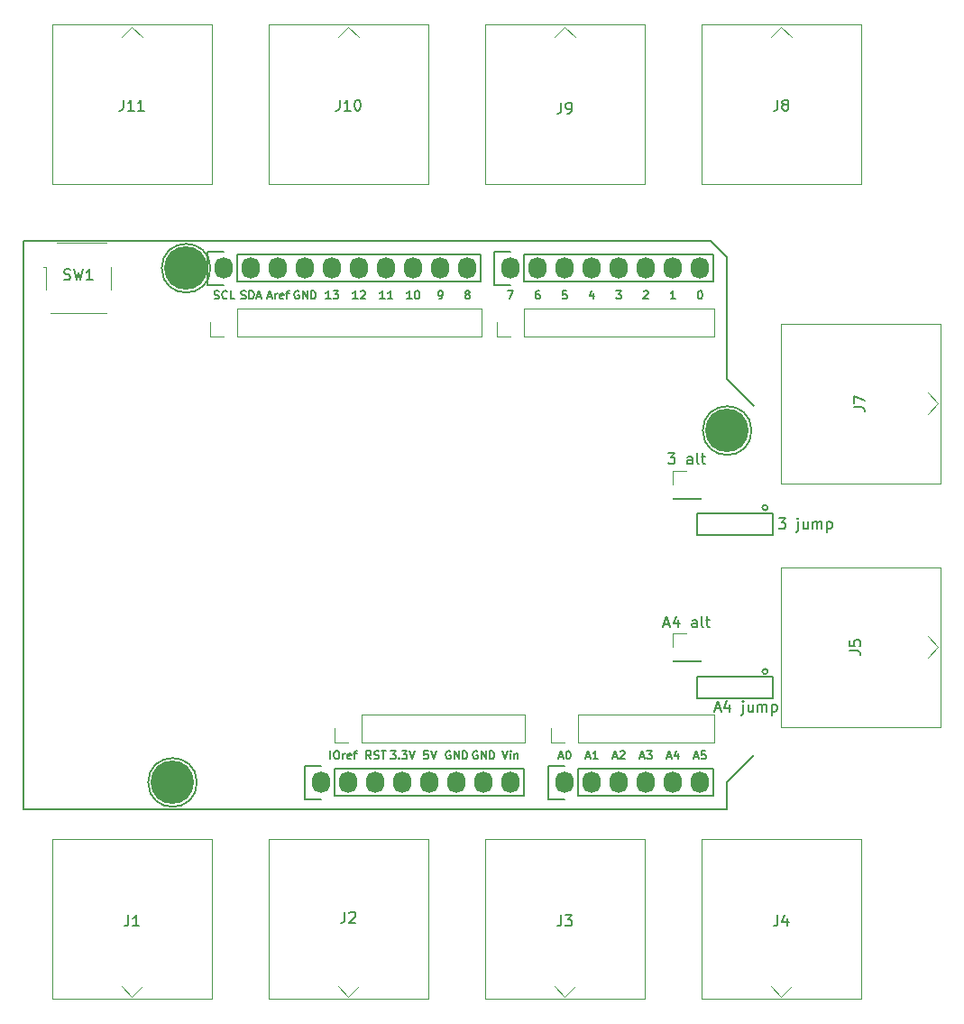
<source format=gbr>
%TF.GenerationSoftware,KiCad,Pcbnew,(6.0.8-1)-1*%
%TF.CreationDate,2023-07-19T23:06:52-04:00*%
%TF.ProjectId,bnc_shield,626e635f-7368-4696-956c-642e6b696361,rev?*%
%TF.SameCoordinates,Original*%
%TF.FileFunction,Legend,Top*%
%TF.FilePolarity,Positive*%
%FSLAX46Y46*%
G04 Gerber Fmt 4.6, Leading zero omitted, Abs format (unit mm)*
G04 Created by KiCad (PCBNEW (6.0.8-1)-1) date 2023-07-19 23:06:52*
%MOMM*%
%LPD*%
G01*
G04 APERTURE LIST*
%ADD10C,0.150000*%
%ADD11C,0.127000*%
%ADD12C,0.120000*%
%ADD13C,0.100000*%
%ADD14O,1.727200X2.032000*%
%ADD15C,4.064000*%
G04 APERTURE END LIST*
D10*
X179578000Y-88519000D02*
X177038000Y-85979000D01*
X177038000Y-126365000D02*
X177038000Y-123825000D01*
X177038000Y-74549000D02*
X175514000Y-73025000D01*
X177038000Y-123825000D02*
X179578000Y-121285000D01*
X110998000Y-73025000D02*
X110998000Y-126365000D01*
X110998000Y-126365000D02*
X177038000Y-126365000D01*
X175514000Y-73025000D02*
X110998000Y-73025000D01*
X177038000Y-85979000D02*
X177038000Y-74549000D01*
D11*
X139808857Y-78449714D02*
X139373428Y-78449714D01*
X139591142Y-78449714D02*
X139591142Y-77687714D01*
X139518571Y-77796571D01*
X139446000Y-77869142D01*
X139373428Y-77905428D01*
X140062857Y-77687714D02*
X140534571Y-77687714D01*
X140280571Y-77978000D01*
X140389428Y-77978000D01*
X140462000Y-78014285D01*
X140498285Y-78050571D01*
X140534571Y-78123142D01*
X140534571Y-78304571D01*
X140498285Y-78377142D01*
X140462000Y-78413428D01*
X140389428Y-78449714D01*
X140171714Y-78449714D01*
X140099142Y-78413428D01*
X140062857Y-78377142D01*
X145433142Y-120867714D02*
X145904857Y-120867714D01*
X145650857Y-121158000D01*
X145759714Y-121158000D01*
X145832285Y-121194285D01*
X145868571Y-121230571D01*
X145904857Y-121303142D01*
X145904857Y-121484571D01*
X145868571Y-121557142D01*
X145832285Y-121593428D01*
X145759714Y-121629714D01*
X145542000Y-121629714D01*
X145469428Y-121593428D01*
X145433142Y-121557142D01*
X146231428Y-121557142D02*
X146267714Y-121593428D01*
X146231428Y-121629714D01*
X146195142Y-121593428D01*
X146231428Y-121557142D01*
X146231428Y-121629714D01*
X146521714Y-120867714D02*
X146993428Y-120867714D01*
X146739428Y-121158000D01*
X146848285Y-121158000D01*
X146920857Y-121194285D01*
X146957142Y-121230571D01*
X146993428Y-121303142D01*
X146993428Y-121484571D01*
X146957142Y-121557142D01*
X146920857Y-121593428D01*
X146848285Y-121629714D01*
X146630571Y-121629714D01*
X146558000Y-121593428D01*
X146521714Y-121557142D01*
X147211142Y-120867714D02*
X147465142Y-121629714D01*
X147719142Y-120867714D01*
X161253714Y-121412000D02*
X161616571Y-121412000D01*
X161181142Y-121629714D02*
X161435142Y-120867714D01*
X161689142Y-121629714D01*
X162088285Y-120867714D02*
X162160857Y-120867714D01*
X162233428Y-120904000D01*
X162269714Y-120940285D01*
X162306000Y-121012857D01*
X162342285Y-121158000D01*
X162342285Y-121339428D01*
X162306000Y-121484571D01*
X162269714Y-121557142D01*
X162233428Y-121593428D01*
X162160857Y-121629714D01*
X162088285Y-121629714D01*
X162015714Y-121593428D01*
X161979428Y-121557142D01*
X161943142Y-121484571D01*
X161906857Y-121339428D01*
X161906857Y-121158000D01*
X161943142Y-121012857D01*
X161979428Y-120940285D01*
X162015714Y-120904000D01*
X162088285Y-120867714D01*
X163793714Y-121412000D02*
X164156571Y-121412000D01*
X163721142Y-121629714D02*
X163975142Y-120867714D01*
X164229142Y-121629714D01*
X164882285Y-121629714D02*
X164446857Y-121629714D01*
X164664571Y-121629714D02*
X164664571Y-120867714D01*
X164592000Y-120976571D01*
X164519428Y-121049142D01*
X164446857Y-121085428D01*
X166624000Y-77687714D02*
X167095714Y-77687714D01*
X166841714Y-77978000D01*
X166950571Y-77978000D01*
X167023142Y-78014285D01*
X167059428Y-78050571D01*
X167095714Y-78123142D01*
X167095714Y-78304571D01*
X167059428Y-78377142D01*
X167023142Y-78413428D01*
X166950571Y-78449714D01*
X166732857Y-78449714D01*
X166660285Y-78413428D01*
X166624000Y-78377142D01*
X152581428Y-78014285D02*
X152508857Y-77978000D01*
X152472571Y-77941714D01*
X152436285Y-77869142D01*
X152436285Y-77832857D01*
X152472571Y-77760285D01*
X152508857Y-77724000D01*
X152581428Y-77687714D01*
X152726571Y-77687714D01*
X152799142Y-77724000D01*
X152835428Y-77760285D01*
X152871714Y-77832857D01*
X152871714Y-77869142D01*
X152835428Y-77941714D01*
X152799142Y-77978000D01*
X152726571Y-78014285D01*
X152581428Y-78014285D01*
X152508857Y-78050571D01*
X152472571Y-78086857D01*
X152436285Y-78159428D01*
X152436285Y-78304571D01*
X152472571Y-78377142D01*
X152508857Y-78413428D01*
X152581428Y-78449714D01*
X152726571Y-78449714D01*
X152799142Y-78413428D01*
X152835428Y-78377142D01*
X152871714Y-78304571D01*
X152871714Y-78159428D01*
X152835428Y-78086857D01*
X152799142Y-78050571D01*
X152726571Y-78014285D01*
X149968857Y-78449714D02*
X150114000Y-78449714D01*
X150186571Y-78413428D01*
X150222857Y-78377142D01*
X150295428Y-78268285D01*
X150331714Y-78123142D01*
X150331714Y-77832857D01*
X150295428Y-77760285D01*
X150259142Y-77724000D01*
X150186571Y-77687714D01*
X150041428Y-77687714D01*
X149968857Y-77724000D01*
X149932571Y-77760285D01*
X149896285Y-77832857D01*
X149896285Y-78014285D01*
X149932571Y-78086857D01*
X149968857Y-78123142D01*
X150041428Y-78159428D01*
X150186571Y-78159428D01*
X150259142Y-78123142D01*
X150295428Y-78086857D01*
X150331714Y-78014285D01*
X142348857Y-78449714D02*
X141913428Y-78449714D01*
X142131142Y-78449714D02*
X142131142Y-77687714D01*
X142058571Y-77796571D01*
X141986000Y-77869142D01*
X141913428Y-77905428D01*
X142639142Y-77760285D02*
X142675428Y-77724000D01*
X142748000Y-77687714D01*
X142929428Y-77687714D01*
X143002000Y-77724000D01*
X143038285Y-77760285D01*
X143074571Y-77832857D01*
X143074571Y-77905428D01*
X143038285Y-78014285D01*
X142602857Y-78449714D01*
X143074571Y-78449714D01*
X133912428Y-78232000D02*
X134275285Y-78232000D01*
X133839857Y-78449714D02*
X134093857Y-77687714D01*
X134347857Y-78449714D01*
X134601857Y-78449714D02*
X134601857Y-77941714D01*
X134601857Y-78086857D02*
X134638142Y-78014285D01*
X134674428Y-77978000D01*
X134747000Y-77941714D01*
X134819571Y-77941714D01*
X135363857Y-78413428D02*
X135291285Y-78449714D01*
X135146142Y-78449714D01*
X135073571Y-78413428D01*
X135037285Y-78340857D01*
X135037285Y-78050571D01*
X135073571Y-77978000D01*
X135146142Y-77941714D01*
X135291285Y-77941714D01*
X135363857Y-77978000D01*
X135400142Y-78050571D01*
X135400142Y-78123142D01*
X135037285Y-78195714D01*
X135617857Y-77941714D02*
X135908142Y-77941714D01*
X135726714Y-78449714D02*
X135726714Y-77796571D01*
X135763000Y-77724000D01*
X135835571Y-77687714D01*
X135908142Y-77687714D01*
X144888857Y-78449714D02*
X144453428Y-78449714D01*
X144671142Y-78449714D02*
X144671142Y-77687714D01*
X144598571Y-77796571D01*
X144526000Y-77869142D01*
X144453428Y-77905428D01*
X145614571Y-78449714D02*
X145179142Y-78449714D01*
X145396857Y-78449714D02*
X145396857Y-77687714D01*
X145324285Y-77796571D01*
X145251714Y-77869142D01*
X145179142Y-77905428D01*
X164483142Y-77941714D02*
X164483142Y-78449714D01*
X164301714Y-77651428D02*
X164120285Y-78195714D01*
X164592000Y-78195714D01*
X171413714Y-121412000D02*
X171776571Y-121412000D01*
X171341142Y-121629714D02*
X171595142Y-120867714D01*
X171849142Y-121629714D01*
X172429714Y-121121714D02*
X172429714Y-121629714D01*
X172248285Y-120831428D02*
X172066857Y-121375714D01*
X172538571Y-121375714D01*
X131408714Y-78413428D02*
X131517571Y-78449714D01*
X131699000Y-78449714D01*
X131771571Y-78413428D01*
X131807857Y-78377142D01*
X131844142Y-78304571D01*
X131844142Y-78232000D01*
X131807857Y-78159428D01*
X131771571Y-78123142D01*
X131699000Y-78086857D01*
X131553857Y-78050571D01*
X131481285Y-78014285D01*
X131445000Y-77978000D01*
X131408714Y-77905428D01*
X131408714Y-77832857D01*
X131445000Y-77760285D01*
X131481285Y-77724000D01*
X131553857Y-77687714D01*
X131735285Y-77687714D01*
X131844142Y-77724000D01*
X132170714Y-78449714D02*
X132170714Y-77687714D01*
X132352142Y-77687714D01*
X132461000Y-77724000D01*
X132533571Y-77796571D01*
X132569857Y-77869142D01*
X132606142Y-78014285D01*
X132606142Y-78123142D01*
X132569857Y-78268285D01*
X132533571Y-78340857D01*
X132461000Y-78413428D01*
X132352142Y-78449714D01*
X132170714Y-78449714D01*
X132896428Y-78232000D02*
X133259285Y-78232000D01*
X132823857Y-78449714D02*
X133077857Y-77687714D01*
X133331857Y-78449714D01*
X139790714Y-121629714D02*
X139790714Y-120867714D01*
X140298714Y-120867714D02*
X140443857Y-120867714D01*
X140516428Y-120904000D01*
X140589000Y-120976571D01*
X140625285Y-121121714D01*
X140625285Y-121375714D01*
X140589000Y-121520857D01*
X140516428Y-121593428D01*
X140443857Y-121629714D01*
X140298714Y-121629714D01*
X140226142Y-121593428D01*
X140153571Y-121520857D01*
X140117285Y-121375714D01*
X140117285Y-121121714D01*
X140153571Y-120976571D01*
X140226142Y-120904000D01*
X140298714Y-120867714D01*
X140951857Y-121629714D02*
X140951857Y-121121714D01*
X140951857Y-121266857D02*
X140988142Y-121194285D01*
X141024428Y-121158000D01*
X141097000Y-121121714D01*
X141169571Y-121121714D01*
X141713857Y-121593428D02*
X141641285Y-121629714D01*
X141496142Y-121629714D01*
X141423571Y-121593428D01*
X141387285Y-121520857D01*
X141387285Y-121230571D01*
X141423571Y-121158000D01*
X141496142Y-121121714D01*
X141641285Y-121121714D01*
X141713857Y-121158000D01*
X141750142Y-121230571D01*
X141750142Y-121303142D01*
X141387285Y-121375714D01*
X141967857Y-121121714D02*
X142258142Y-121121714D01*
X142076714Y-121629714D02*
X142076714Y-120976571D01*
X142113000Y-120904000D01*
X142185571Y-120867714D01*
X142258142Y-120867714D01*
X166333714Y-121412000D02*
X166696571Y-121412000D01*
X166261142Y-121629714D02*
X166515142Y-120867714D01*
X166769142Y-121629714D01*
X166986857Y-120940285D02*
X167023142Y-120904000D01*
X167095714Y-120867714D01*
X167277142Y-120867714D01*
X167349714Y-120904000D01*
X167386000Y-120940285D01*
X167422285Y-121012857D01*
X167422285Y-121085428D01*
X167386000Y-121194285D01*
X166950571Y-121629714D01*
X167422285Y-121629714D01*
X156464000Y-77687714D02*
X156972000Y-77687714D01*
X156645428Y-78449714D01*
X151057428Y-120904000D02*
X150984857Y-120867714D01*
X150876000Y-120867714D01*
X150767142Y-120904000D01*
X150694571Y-120976571D01*
X150658285Y-121049142D01*
X150622000Y-121194285D01*
X150622000Y-121303142D01*
X150658285Y-121448285D01*
X150694571Y-121520857D01*
X150767142Y-121593428D01*
X150876000Y-121629714D01*
X150948571Y-121629714D01*
X151057428Y-121593428D01*
X151093714Y-121557142D01*
X151093714Y-121303142D01*
X150948571Y-121303142D01*
X151420285Y-121629714D02*
X151420285Y-120867714D01*
X151855714Y-121629714D01*
X151855714Y-120867714D01*
X152218571Y-121629714D02*
X152218571Y-120867714D01*
X152400000Y-120867714D01*
X152508857Y-120904000D01*
X152581428Y-120976571D01*
X152617714Y-121049142D01*
X152654000Y-121194285D01*
X152654000Y-121303142D01*
X152617714Y-121448285D01*
X152581428Y-121520857D01*
X152508857Y-121593428D01*
X152400000Y-121629714D01*
X152218571Y-121629714D01*
X147428857Y-78449714D02*
X146993428Y-78449714D01*
X147211142Y-78449714D02*
X147211142Y-77687714D01*
X147138571Y-77796571D01*
X147066000Y-77869142D01*
X146993428Y-77905428D01*
X147900571Y-77687714D02*
X147973142Y-77687714D01*
X148045714Y-77724000D01*
X148082000Y-77760285D01*
X148118285Y-77832857D01*
X148154571Y-77978000D01*
X148154571Y-78159428D01*
X148118285Y-78304571D01*
X148082000Y-78377142D01*
X148045714Y-78413428D01*
X147973142Y-78449714D01*
X147900571Y-78449714D01*
X147828000Y-78413428D01*
X147791714Y-78377142D01*
X147755428Y-78304571D01*
X147719142Y-78159428D01*
X147719142Y-77978000D01*
X147755428Y-77832857D01*
X147791714Y-77760285D01*
X147828000Y-77724000D01*
X147900571Y-77687714D01*
X143600714Y-121629714D02*
X143346714Y-121266857D01*
X143165285Y-121629714D02*
X143165285Y-120867714D01*
X143455571Y-120867714D01*
X143528142Y-120904000D01*
X143564428Y-120940285D01*
X143600714Y-121012857D01*
X143600714Y-121121714D01*
X143564428Y-121194285D01*
X143528142Y-121230571D01*
X143455571Y-121266857D01*
X143165285Y-121266857D01*
X143891000Y-121593428D02*
X143999857Y-121629714D01*
X144181285Y-121629714D01*
X144253857Y-121593428D01*
X144290142Y-121557142D01*
X144326428Y-121484571D01*
X144326428Y-121412000D01*
X144290142Y-121339428D01*
X144253857Y-121303142D01*
X144181285Y-121266857D01*
X144036142Y-121230571D01*
X143963571Y-121194285D01*
X143927285Y-121158000D01*
X143891000Y-121085428D01*
X143891000Y-121012857D01*
X143927285Y-120940285D01*
X143963571Y-120904000D01*
X144036142Y-120867714D01*
X144217571Y-120867714D01*
X144326428Y-120904000D01*
X144544142Y-120867714D02*
X144979571Y-120867714D01*
X144761857Y-121629714D02*
X144761857Y-120867714D01*
X161979428Y-77687714D02*
X161616571Y-77687714D01*
X161580285Y-78050571D01*
X161616571Y-78014285D01*
X161689142Y-77978000D01*
X161870571Y-77978000D01*
X161943142Y-78014285D01*
X161979428Y-78050571D01*
X162015714Y-78123142D01*
X162015714Y-78304571D01*
X161979428Y-78377142D01*
X161943142Y-78413428D01*
X161870571Y-78449714D01*
X161689142Y-78449714D01*
X161616571Y-78413428D01*
X161580285Y-78377142D01*
X169200285Y-77760285D02*
X169236571Y-77724000D01*
X169309142Y-77687714D01*
X169490571Y-77687714D01*
X169563142Y-77724000D01*
X169599428Y-77760285D01*
X169635714Y-77832857D01*
X169635714Y-77905428D01*
X169599428Y-78014285D01*
X169164000Y-78449714D01*
X169635714Y-78449714D01*
X159403142Y-77687714D02*
X159258000Y-77687714D01*
X159185428Y-77724000D01*
X159149142Y-77760285D01*
X159076571Y-77869142D01*
X159040285Y-78014285D01*
X159040285Y-78304571D01*
X159076571Y-78377142D01*
X159112857Y-78413428D01*
X159185428Y-78449714D01*
X159330571Y-78449714D01*
X159403142Y-78413428D01*
X159439428Y-78377142D01*
X159475714Y-78304571D01*
X159475714Y-78123142D01*
X159439428Y-78050571D01*
X159403142Y-78014285D01*
X159330571Y-77978000D01*
X159185428Y-77978000D01*
X159112857Y-78014285D01*
X159076571Y-78050571D01*
X159040285Y-78123142D01*
X172175714Y-78449714D02*
X171740285Y-78449714D01*
X171958000Y-78449714D02*
X171958000Y-77687714D01*
X171885428Y-77796571D01*
X171812857Y-77869142D01*
X171740285Y-77905428D01*
X148952857Y-120867714D02*
X148590000Y-120867714D01*
X148553714Y-121230571D01*
X148590000Y-121194285D01*
X148662571Y-121158000D01*
X148844000Y-121158000D01*
X148916571Y-121194285D01*
X148952857Y-121230571D01*
X148989142Y-121303142D01*
X148989142Y-121484571D01*
X148952857Y-121557142D01*
X148916571Y-121593428D01*
X148844000Y-121629714D01*
X148662571Y-121629714D01*
X148590000Y-121593428D01*
X148553714Y-121557142D01*
X149206857Y-120867714D02*
X149460857Y-121629714D01*
X149714857Y-120867714D01*
X136833428Y-77724000D02*
X136760857Y-77687714D01*
X136652000Y-77687714D01*
X136543142Y-77724000D01*
X136470571Y-77796571D01*
X136434285Y-77869142D01*
X136398000Y-78014285D01*
X136398000Y-78123142D01*
X136434285Y-78268285D01*
X136470571Y-78340857D01*
X136543142Y-78413428D01*
X136652000Y-78449714D01*
X136724571Y-78449714D01*
X136833428Y-78413428D01*
X136869714Y-78377142D01*
X136869714Y-78123142D01*
X136724571Y-78123142D01*
X137196285Y-78449714D02*
X137196285Y-77687714D01*
X137631714Y-78449714D01*
X137631714Y-77687714D01*
X137994571Y-78449714D02*
X137994571Y-77687714D01*
X138176000Y-77687714D01*
X138284857Y-77724000D01*
X138357428Y-77796571D01*
X138393714Y-77869142D01*
X138430000Y-78014285D01*
X138430000Y-78123142D01*
X138393714Y-78268285D01*
X138357428Y-78340857D01*
X138284857Y-78413428D01*
X138176000Y-78449714D01*
X137994571Y-78449714D01*
X155937857Y-120867714D02*
X156191857Y-121629714D01*
X156445857Y-120867714D01*
X156699857Y-121629714D02*
X156699857Y-121121714D01*
X156699857Y-120867714D02*
X156663571Y-120904000D01*
X156699857Y-120940285D01*
X156736142Y-120904000D01*
X156699857Y-120867714D01*
X156699857Y-120940285D01*
X157062714Y-121121714D02*
X157062714Y-121629714D01*
X157062714Y-121194285D02*
X157099000Y-121158000D01*
X157171571Y-121121714D01*
X157280428Y-121121714D01*
X157353000Y-121158000D01*
X157389285Y-121230571D01*
X157389285Y-121629714D01*
X153597428Y-120904000D02*
X153524857Y-120867714D01*
X153416000Y-120867714D01*
X153307142Y-120904000D01*
X153234571Y-120976571D01*
X153198285Y-121049142D01*
X153162000Y-121194285D01*
X153162000Y-121303142D01*
X153198285Y-121448285D01*
X153234571Y-121520857D01*
X153307142Y-121593428D01*
X153416000Y-121629714D01*
X153488571Y-121629714D01*
X153597428Y-121593428D01*
X153633714Y-121557142D01*
X153633714Y-121303142D01*
X153488571Y-121303142D01*
X153960285Y-121629714D02*
X153960285Y-120867714D01*
X154395714Y-121629714D01*
X154395714Y-120867714D01*
X154758571Y-121629714D02*
X154758571Y-120867714D01*
X154940000Y-120867714D01*
X155048857Y-120904000D01*
X155121428Y-120976571D01*
X155157714Y-121049142D01*
X155194000Y-121194285D01*
X155194000Y-121303142D01*
X155157714Y-121448285D01*
X155121428Y-121520857D01*
X155048857Y-121593428D01*
X154940000Y-121629714D01*
X154758571Y-121629714D01*
X173953714Y-121412000D02*
X174316571Y-121412000D01*
X173881142Y-121629714D02*
X174135142Y-120867714D01*
X174389142Y-121629714D01*
X175006000Y-120867714D02*
X174643142Y-120867714D01*
X174606857Y-121230571D01*
X174643142Y-121194285D01*
X174715714Y-121158000D01*
X174897142Y-121158000D01*
X174969714Y-121194285D01*
X175006000Y-121230571D01*
X175042285Y-121303142D01*
X175042285Y-121484571D01*
X175006000Y-121557142D01*
X174969714Y-121593428D01*
X174897142Y-121629714D01*
X174715714Y-121629714D01*
X174643142Y-121593428D01*
X174606857Y-121557142D01*
X168873714Y-121412000D02*
X169236571Y-121412000D01*
X168801142Y-121629714D02*
X169055142Y-120867714D01*
X169309142Y-121629714D01*
X169490571Y-120867714D02*
X169962285Y-120867714D01*
X169708285Y-121158000D01*
X169817142Y-121158000D01*
X169889714Y-121194285D01*
X169926000Y-121230571D01*
X169962285Y-121303142D01*
X169962285Y-121484571D01*
X169926000Y-121557142D01*
X169889714Y-121593428D01*
X169817142Y-121629714D01*
X169599428Y-121629714D01*
X169526857Y-121593428D01*
X169490571Y-121557142D01*
X128886857Y-78413428D02*
X128995714Y-78449714D01*
X129177142Y-78449714D01*
X129249714Y-78413428D01*
X129286000Y-78377142D01*
X129322285Y-78304571D01*
X129322285Y-78232000D01*
X129286000Y-78159428D01*
X129249714Y-78123142D01*
X129177142Y-78086857D01*
X129032000Y-78050571D01*
X128959428Y-78014285D01*
X128923142Y-77978000D01*
X128886857Y-77905428D01*
X128886857Y-77832857D01*
X128923142Y-77760285D01*
X128959428Y-77724000D01*
X129032000Y-77687714D01*
X129213428Y-77687714D01*
X129322285Y-77724000D01*
X130084285Y-78377142D02*
X130048000Y-78413428D01*
X129939142Y-78449714D01*
X129866571Y-78449714D01*
X129757714Y-78413428D01*
X129685142Y-78340857D01*
X129648857Y-78268285D01*
X129612571Y-78123142D01*
X129612571Y-78014285D01*
X129648857Y-77869142D01*
X129685142Y-77796571D01*
X129757714Y-77724000D01*
X129866571Y-77687714D01*
X129939142Y-77687714D01*
X130048000Y-77724000D01*
X130084285Y-77760285D01*
X130773714Y-78449714D02*
X130410857Y-78449714D01*
X130410857Y-77687714D01*
X174461714Y-77687714D02*
X174534285Y-77687714D01*
X174606857Y-77724000D01*
X174643142Y-77760285D01*
X174679428Y-77832857D01*
X174715714Y-77978000D01*
X174715714Y-78159428D01*
X174679428Y-78304571D01*
X174643142Y-78377142D01*
X174606857Y-78413428D01*
X174534285Y-78449714D01*
X174461714Y-78449714D01*
X174389142Y-78413428D01*
X174352857Y-78377142D01*
X174316571Y-78304571D01*
X174280285Y-78159428D01*
X174280285Y-77978000D01*
X174316571Y-77832857D01*
X174352857Y-77760285D01*
X174389142Y-77724000D01*
X174461714Y-77687714D01*
D10*
%TO.C,J7*%
X188936380Y-88598333D02*
X189650666Y-88598333D01*
X189793523Y-88645952D01*
X189888761Y-88741190D01*
X189936380Y-88884047D01*
X189936380Y-88979285D01*
X188936380Y-88217380D02*
X188936380Y-87550714D01*
X189936380Y-87979285D01*
%TO.C,SW1*%
X114793066Y-76604761D02*
X114935923Y-76652380D01*
X115174019Y-76652380D01*
X115269257Y-76604761D01*
X115316876Y-76557142D01*
X115364495Y-76461904D01*
X115364495Y-76366666D01*
X115316876Y-76271428D01*
X115269257Y-76223809D01*
X115174019Y-76176190D01*
X114983542Y-76128571D01*
X114888304Y-76080952D01*
X114840685Y-76033333D01*
X114793066Y-75938095D01*
X114793066Y-75842857D01*
X114840685Y-75747619D01*
X114888304Y-75700000D01*
X114983542Y-75652380D01*
X115221638Y-75652380D01*
X115364495Y-75700000D01*
X115697828Y-75652380D02*
X115935923Y-76652380D01*
X116126400Y-75938095D01*
X116316876Y-76652380D01*
X116554971Y-75652380D01*
X117459733Y-76652380D02*
X116888304Y-76652380D01*
X117174019Y-76652380D02*
X117174019Y-75652380D01*
X117078780Y-75795238D01*
X116983542Y-75890476D01*
X116888304Y-75938095D01*
%TO.C,J10*%
X140668476Y-59777380D02*
X140668476Y-60491666D01*
X140620857Y-60634523D01*
X140525619Y-60729761D01*
X140382761Y-60777380D01*
X140287523Y-60777380D01*
X141668476Y-60777380D02*
X141097047Y-60777380D01*
X141382761Y-60777380D02*
X141382761Y-59777380D01*
X141287523Y-59920238D01*
X141192285Y-60015476D01*
X141097047Y-60063095D01*
X142287523Y-59777380D02*
X142382761Y-59777380D01*
X142478000Y-59825000D01*
X142525619Y-59872619D01*
X142573238Y-59967857D01*
X142620857Y-60158333D01*
X142620857Y-60396428D01*
X142573238Y-60586904D01*
X142525619Y-60682142D01*
X142478000Y-60729761D01*
X142382761Y-60777380D01*
X142287523Y-60777380D01*
X142192285Y-60729761D01*
X142144666Y-60682142D01*
X142097047Y-60586904D01*
X142049428Y-60396428D01*
X142049428Y-60158333D01*
X142097047Y-59967857D01*
X142144666Y-59872619D01*
X142192285Y-59825000D01*
X142287523Y-59777380D01*
%TO.C,3 alt*%
X171513714Y-92924380D02*
X172132761Y-92924380D01*
X171799428Y-93305333D01*
X171942285Y-93305333D01*
X172037523Y-93352952D01*
X172085142Y-93400571D01*
X172132761Y-93495809D01*
X172132761Y-93733904D01*
X172085142Y-93829142D01*
X172037523Y-93876761D01*
X171942285Y-93924380D01*
X171656571Y-93924380D01*
X171561333Y-93876761D01*
X171513714Y-93829142D01*
X173751809Y-93924380D02*
X173751809Y-93400571D01*
X173704190Y-93305333D01*
X173608952Y-93257714D01*
X173418476Y-93257714D01*
X173323238Y-93305333D01*
X173751809Y-93876761D02*
X173656571Y-93924380D01*
X173418476Y-93924380D01*
X173323238Y-93876761D01*
X173275619Y-93781523D01*
X173275619Y-93686285D01*
X173323238Y-93591047D01*
X173418476Y-93543428D01*
X173656571Y-93543428D01*
X173751809Y-93495809D01*
X174370857Y-93924380D02*
X174275619Y-93876761D01*
X174228000Y-93781523D01*
X174228000Y-92924380D01*
X174608952Y-93257714D02*
X174989904Y-93257714D01*
X174751809Y-92924380D02*
X174751809Y-93781523D01*
X174799428Y-93876761D01*
X174894666Y-93924380D01*
X174989904Y-93924380D01*
%TO.C,3 jump*%
X181880190Y-99020380D02*
X182499238Y-99020380D01*
X182165904Y-99401333D01*
X182308761Y-99401333D01*
X182404000Y-99448952D01*
X182451619Y-99496571D01*
X182499238Y-99591809D01*
X182499238Y-99829904D01*
X182451619Y-99925142D01*
X182404000Y-99972761D01*
X182308761Y-100020380D01*
X182023047Y-100020380D01*
X181927809Y-99972761D01*
X181880190Y-99925142D01*
X183689714Y-99353714D02*
X183689714Y-100210857D01*
X183642095Y-100306095D01*
X183546857Y-100353714D01*
X183499238Y-100353714D01*
X183689714Y-99020380D02*
X183642095Y-99068000D01*
X183689714Y-99115619D01*
X183737333Y-99068000D01*
X183689714Y-99020380D01*
X183689714Y-99115619D01*
X184594476Y-99353714D02*
X184594476Y-100020380D01*
X184165904Y-99353714D02*
X184165904Y-99877523D01*
X184213523Y-99972761D01*
X184308761Y-100020380D01*
X184451619Y-100020380D01*
X184546857Y-99972761D01*
X184594476Y-99925142D01*
X185070666Y-100020380D02*
X185070666Y-99353714D01*
X185070666Y-99448952D02*
X185118285Y-99401333D01*
X185213523Y-99353714D01*
X185356380Y-99353714D01*
X185451619Y-99401333D01*
X185499238Y-99496571D01*
X185499238Y-100020380D01*
X185499238Y-99496571D02*
X185546857Y-99401333D01*
X185642095Y-99353714D01*
X185784952Y-99353714D01*
X185880190Y-99401333D01*
X185927809Y-99496571D01*
X185927809Y-100020380D01*
X186404000Y-99353714D02*
X186404000Y-100353714D01*
X186404000Y-99401333D02*
X186499238Y-99353714D01*
X186689714Y-99353714D01*
X186784952Y-99401333D01*
X186832571Y-99448952D01*
X186880190Y-99544190D01*
X186880190Y-99829904D01*
X186832571Y-99925142D01*
X186784952Y-99972761D01*
X186689714Y-100020380D01*
X186499238Y-100020380D01*
X186404000Y-99972761D01*
%TO.C,J8*%
X181784666Y-59777380D02*
X181784666Y-60491666D01*
X181737047Y-60634523D01*
X181641809Y-60729761D01*
X181498952Y-60777380D01*
X181403714Y-60777380D01*
X182403714Y-60205952D02*
X182308476Y-60158333D01*
X182260857Y-60110714D01*
X182213238Y-60015476D01*
X182213238Y-59967857D01*
X182260857Y-59872619D01*
X182308476Y-59825000D01*
X182403714Y-59777380D01*
X182594190Y-59777380D01*
X182689428Y-59825000D01*
X182737047Y-59872619D01*
X182784666Y-59967857D01*
X182784666Y-60015476D01*
X182737047Y-60110714D01*
X182689428Y-60158333D01*
X182594190Y-60205952D01*
X182403714Y-60205952D01*
X182308476Y-60253571D01*
X182260857Y-60301190D01*
X182213238Y-60396428D01*
X182213238Y-60586904D01*
X182260857Y-60682142D01*
X182308476Y-60729761D01*
X182403714Y-60777380D01*
X182594190Y-60777380D01*
X182689428Y-60729761D01*
X182737047Y-60682142D01*
X182784666Y-60586904D01*
X182784666Y-60396428D01*
X182737047Y-60301190D01*
X182689428Y-60253571D01*
X182594190Y-60205952D01*
%TO.C,A4 jump*%
X175911238Y-116879666D02*
X176387428Y-116879666D01*
X175816000Y-117165380D02*
X176149333Y-116165380D01*
X176482666Y-117165380D01*
X177244571Y-116498714D02*
X177244571Y-117165380D01*
X177006476Y-116117761D02*
X176768380Y-116832047D01*
X177387428Y-116832047D01*
X178530285Y-116498714D02*
X178530285Y-117355857D01*
X178482666Y-117451095D01*
X178387428Y-117498714D01*
X178339809Y-117498714D01*
X178530285Y-116165380D02*
X178482666Y-116213000D01*
X178530285Y-116260619D01*
X178577904Y-116213000D01*
X178530285Y-116165380D01*
X178530285Y-116260619D01*
X179435047Y-116498714D02*
X179435047Y-117165380D01*
X179006476Y-116498714D02*
X179006476Y-117022523D01*
X179054095Y-117117761D01*
X179149333Y-117165380D01*
X179292190Y-117165380D01*
X179387428Y-117117761D01*
X179435047Y-117070142D01*
X179911238Y-117165380D02*
X179911238Y-116498714D01*
X179911238Y-116593952D02*
X179958857Y-116546333D01*
X180054095Y-116498714D01*
X180196952Y-116498714D01*
X180292190Y-116546333D01*
X180339809Y-116641571D01*
X180339809Y-117165380D01*
X180339809Y-116641571D02*
X180387428Y-116546333D01*
X180482666Y-116498714D01*
X180625523Y-116498714D01*
X180720761Y-116546333D01*
X180768380Y-116641571D01*
X180768380Y-117165380D01*
X181244571Y-116498714D02*
X181244571Y-117498714D01*
X181244571Y-116546333D02*
X181339809Y-116498714D01*
X181530285Y-116498714D01*
X181625523Y-116546333D01*
X181673142Y-116593952D01*
X181720761Y-116689190D01*
X181720761Y-116974904D01*
X181673142Y-117070142D01*
X181625523Y-117117761D01*
X181530285Y-117165380D01*
X181339809Y-117165380D01*
X181244571Y-117117761D01*
%TO.C,J11*%
X120348476Y-59777380D02*
X120348476Y-60491666D01*
X120300857Y-60634523D01*
X120205619Y-60729761D01*
X120062761Y-60777380D01*
X119967523Y-60777380D01*
X121348476Y-60777380D02*
X120777047Y-60777380D01*
X121062761Y-60777380D02*
X121062761Y-59777380D01*
X120967523Y-59920238D01*
X120872285Y-60015476D01*
X120777047Y-60063095D01*
X122300857Y-60777380D02*
X121729428Y-60777380D01*
X122015142Y-60777380D02*
X122015142Y-59777380D01*
X121919904Y-59920238D01*
X121824666Y-60015476D01*
X121729428Y-60063095D01*
%TO.C,J5*%
X188555380Y-111458333D02*
X189269666Y-111458333D01*
X189412523Y-111505952D01*
X189507761Y-111601190D01*
X189555380Y-111744047D01*
X189555380Y-111839285D01*
X188555380Y-110505952D02*
X188555380Y-110982142D01*
X189031571Y-111029761D01*
X188983952Y-110982142D01*
X188936333Y-110886904D01*
X188936333Y-110648809D01*
X188983952Y-110553571D01*
X189031571Y-110505952D01*
X189126809Y-110458333D01*
X189364904Y-110458333D01*
X189460142Y-110505952D01*
X189507761Y-110553571D01*
X189555380Y-110648809D01*
X189555380Y-110886904D01*
X189507761Y-110982142D01*
X189460142Y-111029761D01*
%TO.C,J1*%
X120824666Y-136287380D02*
X120824666Y-137001666D01*
X120777047Y-137144523D01*
X120681809Y-137239761D01*
X120538952Y-137287380D01*
X120443714Y-137287380D01*
X121824666Y-137287380D02*
X121253238Y-137287380D01*
X121538952Y-137287380D02*
X121538952Y-136287380D01*
X121443714Y-136430238D01*
X121348476Y-136525476D01*
X121253238Y-136573095D01*
%TO.C,J4*%
X181784666Y-136287380D02*
X181784666Y-137001666D01*
X181737047Y-137144523D01*
X181641809Y-137239761D01*
X181498952Y-137287380D01*
X181403714Y-137287380D01*
X182689428Y-136620714D02*
X182689428Y-137287380D01*
X182451333Y-136239761D02*
X182213238Y-136954047D01*
X182832285Y-136954047D01*
%TO.C,A4 alt*%
X171132761Y-108961666D02*
X171608952Y-108961666D01*
X171037523Y-109247380D02*
X171370857Y-108247380D01*
X171704190Y-109247380D01*
X172466095Y-108580714D02*
X172466095Y-109247380D01*
X172228000Y-108199761D02*
X171989904Y-108914047D01*
X172608952Y-108914047D01*
X174180380Y-109247380D02*
X174180380Y-108723571D01*
X174132761Y-108628333D01*
X174037523Y-108580714D01*
X173847047Y-108580714D01*
X173751809Y-108628333D01*
X174180380Y-109199761D02*
X174085142Y-109247380D01*
X173847047Y-109247380D01*
X173751809Y-109199761D01*
X173704190Y-109104523D01*
X173704190Y-109009285D01*
X173751809Y-108914047D01*
X173847047Y-108866428D01*
X174085142Y-108866428D01*
X174180380Y-108818809D01*
X174799428Y-109247380D02*
X174704190Y-109199761D01*
X174656571Y-109104523D01*
X174656571Y-108247380D01*
X175037523Y-108580714D02*
X175418476Y-108580714D01*
X175180380Y-108247380D02*
X175180380Y-109104523D01*
X175228000Y-109199761D01*
X175323238Y-109247380D01*
X175418476Y-109247380D01*
%TO.C,J3*%
X161464666Y-136287380D02*
X161464666Y-137001666D01*
X161417047Y-137144523D01*
X161321809Y-137239761D01*
X161178952Y-137287380D01*
X161083714Y-137287380D01*
X161845619Y-136287380D02*
X162464666Y-136287380D01*
X162131333Y-136668333D01*
X162274190Y-136668333D01*
X162369428Y-136715952D01*
X162417047Y-136763571D01*
X162464666Y-136858809D01*
X162464666Y-137096904D01*
X162417047Y-137192142D01*
X162369428Y-137239761D01*
X162274190Y-137287380D01*
X161988476Y-137287380D01*
X161893238Y-137239761D01*
X161845619Y-137192142D01*
%TO.C,J9*%
X161464666Y-60031380D02*
X161464666Y-60745666D01*
X161417047Y-60888523D01*
X161321809Y-60983761D01*
X161178952Y-61031380D01*
X161083714Y-61031380D01*
X161988476Y-61031380D02*
X162178952Y-61031380D01*
X162274190Y-60983761D01*
X162321809Y-60936142D01*
X162417047Y-60793285D01*
X162464666Y-60602809D01*
X162464666Y-60221857D01*
X162417047Y-60126619D01*
X162369428Y-60079000D01*
X162274190Y-60031380D01*
X162083714Y-60031380D01*
X161988476Y-60079000D01*
X161940857Y-60126619D01*
X161893238Y-60221857D01*
X161893238Y-60459952D01*
X161940857Y-60555190D01*
X161988476Y-60602809D01*
X162083714Y-60650428D01*
X162274190Y-60650428D01*
X162369428Y-60602809D01*
X162417047Y-60555190D01*
X162464666Y-60459952D01*
%TO.C,J2*%
X141144666Y-135977380D02*
X141144666Y-136691666D01*
X141097047Y-136834523D01*
X141001809Y-136929761D01*
X140858952Y-136977380D01*
X140763714Y-136977380D01*
X141573238Y-136072619D02*
X141620857Y-136025000D01*
X141716095Y-135977380D01*
X141954190Y-135977380D01*
X142049428Y-136025000D01*
X142097047Y-136072619D01*
X142144666Y-136167857D01*
X142144666Y-136263095D01*
X142097047Y-136405952D01*
X141525619Y-136977380D01*
X142144666Y-136977380D01*
D12*
%TO.C,J7*%
X182048000Y-80765000D02*
X197048000Y-80765000D01*
X196848000Y-88265000D02*
X195848000Y-89265000D01*
X197048000Y-95765000D02*
X182048000Y-95765000D01*
X182048000Y-95765000D02*
X182048000Y-80765000D01*
X196848000Y-88265000D02*
X195848000Y-87265000D01*
X197048000Y-80765000D02*
X197048000Y-95765000D01*
D13*
%TO.C,SW1*%
X113083200Y-75440400D02*
X112833200Y-75440400D01*
X118772800Y-79802600D02*
X113480000Y-79792800D01*
X119189200Y-75444800D02*
X119189200Y-77540000D01*
X113083200Y-75433800D02*
X113083200Y-77542000D01*
X114080000Y-73198600D02*
X118747400Y-73198600D01*
D10*
%TO.C,P1*%
X157988000Y-125095000D02*
X157988000Y-122555000D01*
X140208000Y-125095000D02*
X157988000Y-125095000D01*
X157988000Y-122555000D02*
X140208000Y-122555000D01*
X138938000Y-122275000D02*
X137388000Y-122275000D01*
X137388000Y-122275000D02*
X137388000Y-125375000D01*
X137388000Y-125375000D02*
X138938000Y-125375000D01*
X140208000Y-125095000D02*
X140208000Y-122555000D01*
%TO.C,P2*%
X163068000Y-125095000D02*
X163068000Y-122555000D01*
X161798000Y-122275000D02*
X160248000Y-122275000D01*
X175768000Y-122555000D02*
X163068000Y-122555000D01*
X163068000Y-125095000D02*
X175768000Y-125095000D01*
X175768000Y-125095000D02*
X175768000Y-122555000D01*
X160248000Y-122275000D02*
X160248000Y-125375000D01*
X160248000Y-125375000D02*
X161798000Y-125375000D01*
%TO.C,P3*%
X128244000Y-74015000D02*
X128244000Y-77115000D01*
X131064000Y-76835000D02*
X153924000Y-76835000D01*
X153924000Y-76835000D02*
X153924000Y-74295000D01*
X153924000Y-74295000D02*
X131064000Y-74295000D01*
X129794000Y-74015000D02*
X128244000Y-74015000D01*
X128244000Y-77115000D02*
X129794000Y-77115000D01*
X131064000Y-76835000D02*
X131064000Y-74295000D01*
%TO.C,P4*%
X175768000Y-74295000D02*
X157988000Y-74295000D01*
X155168000Y-77115000D02*
X156718000Y-77115000D01*
X157988000Y-76835000D02*
X175768000Y-76835000D01*
X157988000Y-76835000D02*
X157988000Y-74295000D01*
X156718000Y-74015000D02*
X155168000Y-74015000D01*
X175768000Y-76835000D02*
X175768000Y-74295000D01*
X155168000Y-74015000D02*
X155168000Y-77115000D01*
%TO.C,P5*%
X127254000Y-123825000D02*
G75*
G03*
X127254000Y-123825000I-2286000J0D01*
G01*
%TO.C,P7*%
X128524000Y-75565000D02*
G75*
G03*
X128524000Y-75565000I-2286000J0D01*
G01*
%TO.C,P8*%
X179324000Y-90805000D02*
G75*
G03*
X179324000Y-90805000I-2286000J0D01*
G01*
D12*
%TO.C,J10*%
X141478000Y-52905000D02*
X142478000Y-53905000D01*
X148978000Y-67705000D02*
X133978000Y-67705000D01*
X148978000Y-52705000D02*
X148978000Y-67705000D01*
X133978000Y-52705000D02*
X148978000Y-52705000D01*
X133978000Y-67705000D02*
X133978000Y-52705000D01*
X141478000Y-52905000D02*
X140478000Y-53905000D01*
%TO.C,J6*%
X142743000Y-117415000D02*
X158043000Y-117415000D01*
X142743000Y-120075000D02*
X142743000Y-117415000D01*
X142743000Y-120075000D02*
X158043000Y-120075000D01*
X141473000Y-120075000D02*
X140143000Y-120075000D01*
X140143000Y-120075000D02*
X140143000Y-118745000D01*
X158043000Y-120075000D02*
X158043000Y-117415000D01*
%TO.C,3 alt*%
X171898000Y-95885000D02*
X171898000Y-94555000D01*
X171898000Y-97215000D02*
X174558000Y-97215000D01*
X171898000Y-97155000D02*
X174558000Y-97155000D01*
X171898000Y-94555000D02*
X173228000Y-94555000D01*
X171898000Y-97155000D02*
X171898000Y-97215000D01*
X174558000Y-97155000D02*
X174558000Y-97215000D01*
D10*
%TO.C,3 jump*%
X181356000Y-100584000D02*
X174244000Y-100584000D01*
X174244000Y-100584000D02*
X174244000Y-98552000D01*
X174244000Y-98552000D02*
X181356000Y-98552000D01*
X181356000Y-98552000D02*
X181356000Y-100584000D01*
X180848000Y-98044000D02*
G75*
G03*
X180848000Y-98044000I-254000J0D01*
G01*
D12*
%TO.C,J8*%
X189618000Y-52705000D02*
X189618000Y-67705000D01*
X174618000Y-67705000D02*
X174618000Y-52705000D01*
X189618000Y-67705000D02*
X174618000Y-67705000D01*
X174618000Y-52705000D02*
X189618000Y-52705000D01*
X182118000Y-52905000D02*
X183118000Y-53905000D01*
X182118000Y-52905000D02*
X181118000Y-53905000D01*
%TO.C,J12*%
X163068000Y-117415000D02*
X175828000Y-117415000D01*
X175828000Y-120075000D02*
X175828000Y-117415000D01*
X160468000Y-120075000D02*
X160468000Y-118745000D01*
X163068000Y-120075000D02*
X163068000Y-117415000D01*
X161798000Y-120075000D02*
X160468000Y-120075000D01*
X163068000Y-120075000D02*
X175828000Y-120075000D01*
D10*
%TO.C,A4 jump*%
X181356000Y-115951000D02*
X174244000Y-115951000D01*
X174244000Y-115951000D02*
X174244000Y-113919000D01*
X174244000Y-113919000D02*
X181356000Y-113919000D01*
X181356000Y-113919000D02*
X181356000Y-115951000D01*
X180848000Y-113411000D02*
G75*
G03*
X180848000Y-113411000I-254000J0D01*
G01*
D12*
%TO.C,J11*%
X121158000Y-52905000D02*
X122158000Y-53905000D01*
X121158000Y-52905000D02*
X120158000Y-53905000D01*
X128658000Y-52705000D02*
X128658000Y-67705000D01*
X113658000Y-52705000D02*
X128658000Y-52705000D01*
X113658000Y-67705000D02*
X113658000Y-52705000D01*
X128658000Y-67705000D02*
X113658000Y-67705000D01*
%TO.C,J5*%
X196848000Y-111125000D02*
X195848000Y-110125000D01*
X197048000Y-103625000D02*
X197048000Y-118625000D01*
X196848000Y-111125000D02*
X195848000Y-112125000D01*
X182048000Y-103625000D02*
X197048000Y-103625000D01*
X197048000Y-118625000D02*
X182048000Y-118625000D01*
X182048000Y-118625000D02*
X182048000Y-103625000D01*
%TO.C,J14*%
X155388000Y-81975000D02*
X155388000Y-80645000D01*
X157988000Y-81975000D02*
X175828000Y-81975000D01*
X157988000Y-79315000D02*
X175828000Y-79315000D01*
X175828000Y-81975000D02*
X175828000Y-79315000D01*
X157988000Y-81975000D02*
X157988000Y-79315000D01*
X156718000Y-81975000D02*
X155388000Y-81975000D01*
%TO.C,J1*%
X128658000Y-129145000D02*
X128658000Y-144145000D01*
X128658000Y-144145000D02*
X113658000Y-144145000D01*
X121158000Y-143945000D02*
X120158000Y-142945000D01*
X121158000Y-143945000D02*
X122158000Y-142945000D01*
X113658000Y-129145000D02*
X128658000Y-129145000D01*
X113658000Y-144145000D02*
X113658000Y-129145000D01*
%TO.C,J4*%
X182118000Y-143945000D02*
X181118000Y-142945000D01*
X189618000Y-129145000D02*
X189618000Y-144145000D01*
X189618000Y-144145000D02*
X174618000Y-144145000D01*
X174618000Y-144145000D02*
X174618000Y-129145000D01*
X174618000Y-129145000D02*
X189618000Y-129145000D01*
X182118000Y-143945000D02*
X183118000Y-142945000D01*
%TO.C,A4 alt*%
X171898000Y-112395000D02*
X174558000Y-112395000D01*
X174558000Y-112395000D02*
X174558000Y-112455000D01*
X171898000Y-112395000D02*
X171898000Y-112455000D01*
X171898000Y-111125000D02*
X171898000Y-109795000D01*
X171898000Y-112455000D02*
X174558000Y-112455000D01*
X171898000Y-109795000D02*
X173228000Y-109795000D01*
%TO.C,J3*%
X161798000Y-143945000D02*
X162798000Y-142945000D01*
X169298000Y-144145000D02*
X154298000Y-144145000D01*
X169298000Y-129145000D02*
X169298000Y-144145000D01*
X154298000Y-144145000D02*
X154298000Y-129145000D01*
X161798000Y-143945000D02*
X160798000Y-142945000D01*
X154298000Y-129145000D02*
X169298000Y-129145000D01*
%TO.C,J9*%
X154298000Y-52705000D02*
X169298000Y-52705000D01*
X154298000Y-67705000D02*
X154298000Y-52705000D01*
X161798000Y-52905000D02*
X162798000Y-53905000D01*
X169298000Y-52705000D02*
X169298000Y-67705000D01*
X161798000Y-52905000D02*
X160798000Y-53905000D01*
X169298000Y-67705000D02*
X154298000Y-67705000D01*
%TO.C,J13*%
X129794000Y-81975000D02*
X128464000Y-81975000D01*
X131064000Y-81975000D02*
X153984000Y-81975000D01*
X131064000Y-81975000D02*
X131064000Y-79315000D01*
X153984000Y-81975000D02*
X153984000Y-79315000D01*
X128464000Y-81975000D02*
X128464000Y-80645000D01*
X131064000Y-79315000D02*
X153984000Y-79315000D01*
%TO.C,J2*%
X141478000Y-143945000D02*
X142478000Y-142945000D01*
X133978000Y-129145000D02*
X148978000Y-129145000D01*
X133978000Y-144145000D02*
X133978000Y-129145000D01*
X141478000Y-143945000D02*
X140478000Y-142945000D01*
X148978000Y-129145000D02*
X148978000Y-144145000D01*
X148978000Y-144145000D02*
X133978000Y-144145000D01*
%TD*%
D14*
%TO.C,P1*%
X138938000Y-123825000D03*
X141478000Y-123825000D03*
X144018000Y-123825000D03*
X146558000Y-123825000D03*
X149098000Y-123825000D03*
X151638000Y-123825000D03*
X154178000Y-123825000D03*
X156718000Y-123825000D03*
%TD*%
%TO.C,P2*%
X161798000Y-123825000D03*
X164338000Y-123825000D03*
X166878000Y-123825000D03*
X169418000Y-123825000D03*
X171958000Y-123825000D03*
X174498000Y-123825000D03*
%TD*%
%TO.C,P3*%
X129794000Y-75565000D03*
X132334000Y-75565000D03*
X134874000Y-75565000D03*
X137414000Y-75565000D03*
X139954000Y-75565000D03*
X142494000Y-75565000D03*
X145034000Y-75565000D03*
X147574000Y-75565000D03*
X150114000Y-75565000D03*
X152654000Y-75565000D03*
%TD*%
%TO.C,P4*%
X156718000Y-75565000D03*
X159258000Y-75565000D03*
X161798000Y-75565000D03*
X164338000Y-75565000D03*
X166878000Y-75565000D03*
X169418000Y-75565000D03*
X171958000Y-75565000D03*
X174498000Y-75565000D03*
%TD*%
D15*
%TO.C,P5*%
X124968000Y-123825000D03*
%TD*%
%TO.C,P7*%
X126238000Y-75565000D03*
%TD*%
%TO.C,P8*%
X177038000Y-90805000D03*
%TD*%
M02*

</source>
